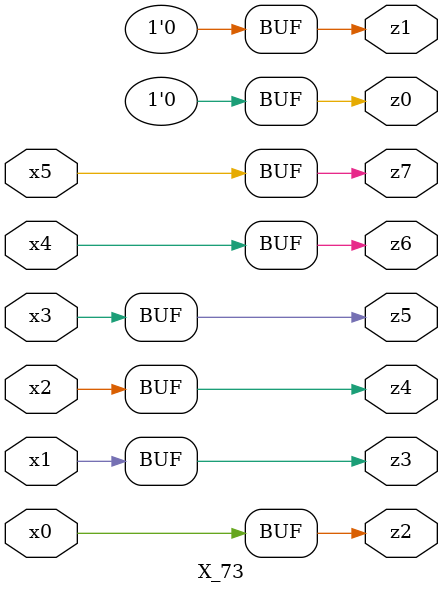
<source format=v>

module X_73 ( 
    x0, x1, x2, x3, x4, x5,
    z0, z1, z2, z3, z4, z5, z6, z7  );
  input  x0, x1, x2, x3, x4, x5;
  output z0, z1, z2, z3, z4, z5, z6, z7;
  assign z0 = 1'b0;
  assign z1 = 1'b0;
  assign z2 = x0;
  assign z3 = x1;
  assign z4 = x2;
  assign z5 = x3;
  assign z6 = x4;
  assign z7 = x5;
endmodule



</source>
